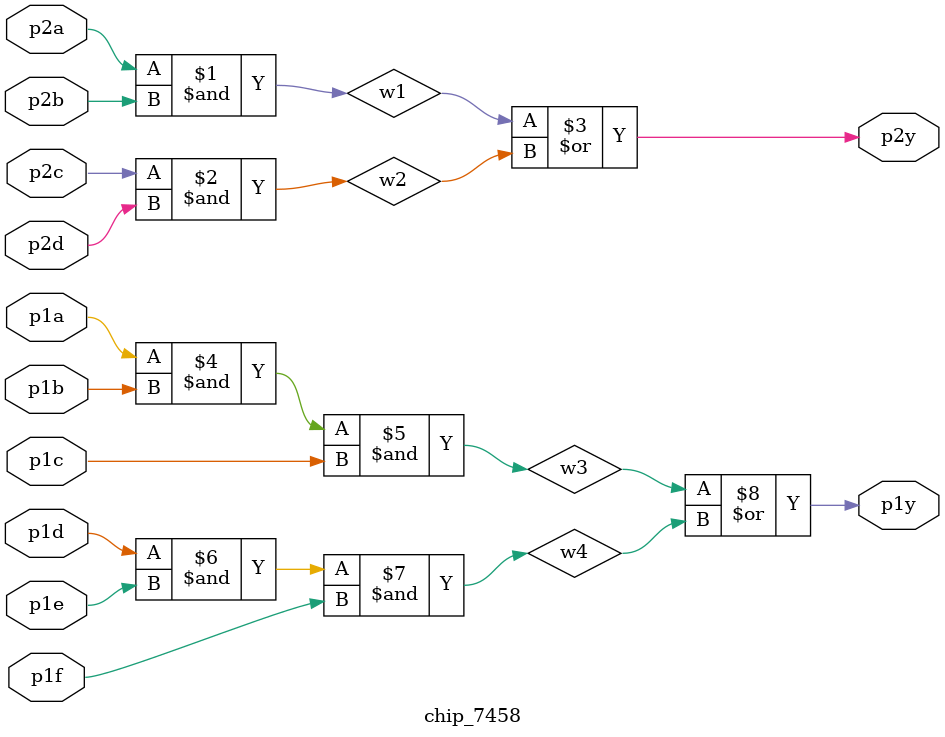
<source format=v>
module chip_7458(
	input p1a,
	input p1b,
	input p1c,
	input p1d,
	input p1e,
	input p1f,
	input p2a,
	input p2b,
	input p2c,
	input p2d,
	output p1y,
	output p2y
);

	wire w1, w2, w3, w4;
	
	assign w1 = p2a & p2b;
	assign w2 = p2c & p2d;
	assign p2y = w1 | w2;
	
	assign w3 = p1a & p1b & p1c;
	assign w4 = p1d & p1e & p1f;
	assign p1y = w3 | w4;
	
endmodule 
</source>
